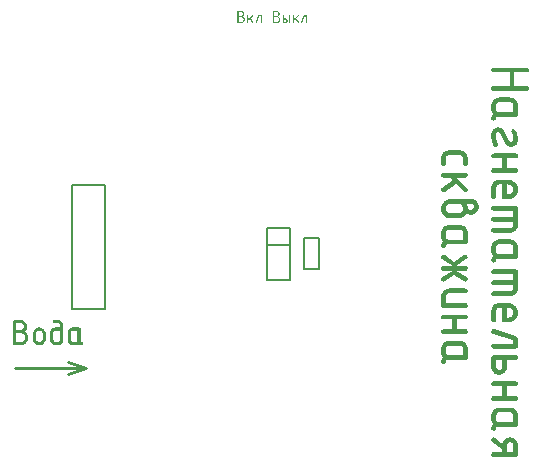
<source format=gto>
G04 Layer_Color=65535*
%FSLAX44Y44*%
%MOMM*%
G71*
G01*
G75*
%ADD19C,0.2000*%
%ADD20C,0.2540*%
G36*
X448943Y364335D02*
X449587Y364218D01*
X450407Y363983D01*
X451286Y363573D01*
X451754Y363281D01*
X452164Y362988D01*
X452575Y362578D01*
X452985Y362168D01*
X453336Y361641D01*
X453687Y361055D01*
X457553Y353030D01*
Y352972D01*
X457670Y352855D01*
X457963Y352503D01*
X458139Y352327D01*
X458432Y352210D01*
X458783Y352093D01*
X459193Y352035D01*
X459310D01*
X459662Y352093D01*
X460072Y352269D01*
X460482Y352620D01*
X460599Y352738D01*
X460775Y352972D01*
X460950Y353382D01*
X461068Y353909D01*
Y354026D01*
Y354319D01*
Y354788D01*
X461009Y355373D01*
X460950Y356603D01*
X460833Y357189D01*
X460716Y357716D01*
Y357775D01*
X460657Y357892D01*
X460599Y358068D01*
X460540Y358360D01*
X460247Y359005D01*
X459779Y359883D01*
X459720Y359942D01*
X459662Y360176D01*
X459545Y360469D01*
X459486Y360879D01*
Y360938D01*
Y360996D01*
X459545Y361348D01*
X459720Y361816D01*
X460072Y362285D01*
X460130D01*
X460189Y362402D01*
X460482Y362578D01*
X460950Y362753D01*
X461536Y362871D01*
X461595D01*
X461712Y362812D01*
X461946Y362753D01*
X462180Y362636D01*
X462473Y362461D01*
X462766Y362109D01*
X463059Y361699D01*
X463352Y361113D01*
X463410Y360996D01*
X463645Y360703D01*
X463937Y360176D01*
X464055Y359825D01*
X464230Y359415D01*
X464406Y358946D01*
X464582Y358419D01*
X464699Y357833D01*
X464816Y357189D01*
X464933Y356486D01*
X465050Y355666D01*
X465109Y354846D01*
Y353909D01*
Y353792D01*
Y353499D01*
X464992Y353030D01*
X464875Y352445D01*
X464699Y351800D01*
X464347Y351097D01*
X463937Y350395D01*
X463352Y349692D01*
X463293Y349633D01*
X463059Y349399D01*
X462649Y349106D01*
X462180Y348813D01*
X461595Y348462D01*
X460833Y348228D01*
X460072Y347993D01*
X459193Y347935D01*
X458842D01*
X458607Y347993D01*
X457963Y348110D01*
X457143Y348345D01*
X456264Y348755D01*
X455854Y349048D01*
X455386Y349399D01*
X454976Y349809D01*
X454566Y350219D01*
X454215Y350805D01*
X453863Y351390D01*
X449997Y359298D01*
Y359356D01*
X449880Y359473D01*
X449646Y359766D01*
X449412Y360000D01*
X449119Y360118D01*
X448767Y360235D01*
X448357Y360293D01*
X448240D01*
X447889Y360235D01*
X447479Y360059D01*
X447069Y359766D01*
X447010Y359649D01*
X446834Y359415D01*
X446600Y359005D01*
X446541Y358536D01*
Y358478D01*
Y358360D01*
Y358126D01*
Y357775D01*
X446600Y357423D01*
Y356955D01*
X446717Y355900D01*
X446893Y354670D01*
X447127Y353382D01*
X447420Y352093D01*
X447889Y350805D01*
X447947Y350746D01*
X448006Y350570D01*
X448064Y350336D01*
Y350043D01*
Y349926D01*
X448006Y349692D01*
X447947Y349399D01*
X447830Y348989D01*
X447537Y348579D01*
X447186Y348286D01*
X446717Y348052D01*
X446014Y347935D01*
X445839D01*
X445604Y347993D01*
X445370Y348052D01*
X445077Y348228D01*
X444784Y348403D01*
X444492Y348696D01*
X444257Y349106D01*
Y349165D01*
X444199Y349223D01*
X444081Y349399D01*
X443964Y349692D01*
X443847Y349985D01*
X443730Y350395D01*
X443554Y350863D01*
X443379Y351449D01*
X443203Y352035D01*
X443086Y352738D01*
X442910Y353499D01*
X442793Y354378D01*
X442676Y355315D01*
X442559Y356311D01*
X442500Y357365D01*
Y358536D01*
Y358653D01*
Y358946D01*
X442617Y359415D01*
X442734Y360000D01*
X442910Y360645D01*
X443203Y361348D01*
X443613Y362051D01*
X444199Y362695D01*
X444257Y362753D01*
X444492Y362929D01*
X444843Y363222D01*
X445370Y363515D01*
X445956Y363866D01*
X446659Y364101D01*
X447479Y364335D01*
X448357Y364394D01*
X448709D01*
X448943Y364335D01*
D02*
G37*
G36*
X458900Y389638D02*
X459427Y389580D01*
X460072Y389462D01*
X460833Y389228D01*
X461595Y388877D01*
X462415Y388467D01*
X463176Y387822D01*
X463235Y387705D01*
X463469Y387471D01*
X463762Y387061D01*
X464172Y386475D01*
X464523Y385831D01*
X464816Y385011D01*
X465050Y384074D01*
X465109Y383078D01*
Y375346D01*
Y375229D01*
X465050Y374995D01*
X464992Y374702D01*
X464875Y374292D01*
X464582Y373882D01*
X464230Y373589D01*
X463762Y373355D01*
X463059Y373238D01*
X447420D01*
X447244Y373179D01*
X447069Y373062D01*
X446834Y372887D01*
X446659Y372594D01*
X446541Y372242D01*
X446483Y371715D01*
Y371656D01*
Y371481D01*
X446366Y371188D01*
X446249Y370895D01*
X446014Y370661D01*
X445663Y370368D01*
X445136Y370192D01*
X444492Y370134D01*
X444433D01*
X444199Y370192D01*
X443847Y370251D01*
X443496Y370368D01*
X443144Y370661D01*
X442793Y371012D01*
X442559Y371539D01*
X442500Y372242D01*
Y372359D01*
Y372652D01*
X442617Y373062D01*
X442734Y373589D01*
X442910Y374117D01*
X443203Y374761D01*
X443613Y375288D01*
X444140Y375815D01*
X444081Y375874D01*
X443906Y376108D01*
X443613Y376401D01*
X443320Y376869D01*
X443027Y377455D01*
X442734Y378158D01*
X442559Y379037D01*
X442500Y379974D01*
Y383078D01*
Y383137D01*
Y383195D01*
X442559Y383547D01*
X442617Y384074D01*
X442734Y384718D01*
X442969Y385480D01*
X443320Y386241D01*
X443730Y387061D01*
X444374Y387822D01*
X444492Y387881D01*
X444726Y388115D01*
X445136Y388408D01*
X445722Y388760D01*
X446366Y389111D01*
X447186Y389404D01*
X448123Y389638D01*
X449119Y389697D01*
X458549D01*
X458900Y389638D01*
D02*
G37*
G36*
X416400Y344941D02*
X416927Y344883D01*
X417572Y344766D01*
X418333Y344531D01*
X419095Y344180D01*
X419915Y343770D01*
X420676Y343126D01*
X420735Y343008D01*
X420969Y342774D01*
X421262Y342364D01*
X421672Y341778D01*
X422023Y341134D01*
X422316Y340314D01*
X422550Y339377D01*
X422609Y338381D01*
Y333754D01*
Y333637D01*
X422550Y333403D01*
X422492Y333110D01*
X422375Y332700D01*
X422082Y332290D01*
X421730Y331997D01*
X421262Y331763D01*
X420559Y331646D01*
X420500D01*
X420266Y331704D01*
X419915Y331763D01*
X419563Y331880D01*
X419212Y332173D01*
X418860Y332524D01*
X418626Y332993D01*
X418567Y333695D01*
Y338381D01*
Y338440D01*
Y338557D01*
X418509Y338733D01*
X418450Y339026D01*
X418275Y339611D01*
X418040Y339904D01*
X417806Y340197D01*
X417747D01*
X417689Y340314D01*
X417513Y340431D01*
X417279Y340549D01*
X416693Y340783D01*
X416342Y340841D01*
X415932Y340900D01*
X406443D01*
X406267Y340841D01*
X405974Y340783D01*
X405389Y340549D01*
X405096Y340373D01*
X404803Y340139D01*
X404744Y340080D01*
X404686Y340021D01*
X404569Y339846D01*
X404451Y339611D01*
X404159Y339084D01*
X404100Y338733D01*
X404041Y338381D01*
Y333695D01*
Y333578D01*
X403983Y333344D01*
X403924Y333051D01*
X403807Y332641D01*
X403514Y332290D01*
X403163Y331938D01*
X402694Y331704D01*
X401991Y331646D01*
X401933D01*
X401699Y331704D01*
X401347Y331763D01*
X400996Y331880D01*
X400644Y332173D01*
X400293Y332524D01*
X400059Y333051D01*
X400000Y333754D01*
Y338381D01*
Y338440D01*
Y338498D01*
X400059Y338850D01*
X400117Y339377D01*
X400234Y340021D01*
X400469Y340783D01*
X400820Y341544D01*
X401230Y342364D01*
X401874Y343126D01*
X401991Y343184D01*
X402226Y343419D01*
X402636Y343711D01*
X403222Y344063D01*
X403866Y344414D01*
X404686Y344707D01*
X405623Y344941D01*
X406619Y345000D01*
X416049D01*
X416400Y344941D01*
D02*
G37*
G36*
X463410Y342195D02*
X463703Y342136D01*
X464113Y342019D01*
X464465Y341785D01*
X464816Y341433D01*
X465050Y340906D01*
X465109Y340262D01*
Y340145D01*
X465050Y339910D01*
X464992Y339617D01*
X464875Y339207D01*
X464582Y338797D01*
X464230Y338504D01*
X463762Y338270D01*
X463059Y338153D01*
X455854D01*
Y329894D01*
X463176D01*
X463410Y329836D01*
X463703Y329777D01*
X464113Y329660D01*
X464465Y329426D01*
X464816Y329074D01*
X465050Y328547D01*
X465109Y327903D01*
Y327786D01*
X465050Y327551D01*
X464992Y327259D01*
X464875Y326848D01*
X464582Y326438D01*
X464230Y326146D01*
X463762Y325911D01*
X463059Y325794D01*
X444433D01*
X444199Y325853D01*
X443847Y325911D01*
X443496Y326029D01*
X443144Y326321D01*
X442793Y326673D01*
X442559Y327200D01*
X442500Y327903D01*
Y327961D01*
X442559Y328196D01*
X442617Y328547D01*
X442734Y328899D01*
X442969Y329250D01*
X443320Y329601D01*
X443847Y329836D01*
X444492Y329894D01*
X451813D01*
Y338153D01*
X444433D01*
X444199Y338212D01*
X443847Y338270D01*
X443496Y338387D01*
X443144Y338680D01*
X442793Y339032D01*
X442559Y339559D01*
X442500Y340262D01*
Y340320D01*
X442559Y340555D01*
X442617Y340906D01*
X442734Y341257D01*
X442969Y341609D01*
X443320Y341960D01*
X443847Y342195D01*
X444492Y342253D01*
X463176D01*
X463410Y342195D01*
D02*
G37*
G36*
X420910Y325964D02*
X421203Y325905D01*
X421613Y325788D01*
X421965Y325554D01*
X422316Y325202D01*
X422550Y324675D01*
X422609Y324031D01*
Y323914D01*
X422550Y323680D01*
X422492Y323387D01*
X422375Y322977D01*
X422082Y322567D01*
X421730Y322274D01*
X421262Y322040D01*
X420559Y321922D01*
X412417D01*
X421965Y313078D01*
X422023D01*
X422082Y312961D01*
X422316Y312668D01*
X422492Y312258D01*
X422609Y311965D01*
Y311672D01*
Y311555D01*
X422550Y311321D01*
X422492Y311028D01*
X422375Y310618D01*
X422082Y310208D01*
X421730Y309915D01*
X421262Y309681D01*
X420559Y309564D01*
X420442D01*
X420090Y309622D01*
X419622Y309857D01*
X419329Y310032D01*
X419036Y310267D01*
X412593Y316827D01*
X403163Y309974D01*
X403046Y309915D01*
X402812Y309739D01*
X402402Y309622D01*
X401991Y309564D01*
X401933D01*
X401699Y309622D01*
X401347Y309681D01*
X400996Y309798D01*
X400644Y310091D01*
X400293Y310442D01*
X400059Y310969D01*
X400000Y311672D01*
Y311731D01*
Y311848D01*
X400059Y312024D01*
X400117Y312258D01*
X400351Y312785D01*
X400527Y313078D01*
X400820Y313312D01*
X409957Y319638D01*
X407380Y321922D01*
X401933D01*
X401699Y321981D01*
X401347Y322040D01*
X400996Y322157D01*
X400644Y322450D01*
X400293Y322801D01*
X400059Y323328D01*
X400000Y324031D01*
Y324090D01*
X400059Y324324D01*
X400117Y324675D01*
X400234Y325027D01*
X400469Y325378D01*
X400820Y325730D01*
X401347Y325964D01*
X401991Y326022D01*
X420676D01*
X420910Y325964D01*
D02*
G37*
G36*
X60221Y195030D02*
X60651Y194991D01*
X61197Y194874D01*
X61783Y194679D01*
X62446Y194406D01*
X63110Y194015D01*
X63735Y193469D01*
X63813Y193391D01*
X63969Y193195D01*
X64242Y192844D01*
X64555Y192376D01*
X64828Y191829D01*
X65101Y191165D01*
X65257Y190385D01*
X65335Y189565D01*
Y185466D01*
Y185427D01*
Y185348D01*
Y185231D01*
X65296Y185075D01*
X65257Y184685D01*
X65140Y184138D01*
X64945Y183514D01*
X64633Y182889D01*
X64242Y182225D01*
X63696Y181601D01*
X63618Y181523D01*
X63422Y181366D01*
X63071Y181093D01*
X62603Y180820D01*
X62056Y180508D01*
X61392Y180234D01*
X60651Y180078D01*
X59831Y180000D01*
X59597D01*
X59440Y180039D01*
X59011Y180078D01*
X58464Y180195D01*
X57879Y180390D01*
X57215Y180664D01*
X56551Y181054D01*
X55927Y181562D01*
X55849Y181640D01*
X55693Y181835D01*
X55419Y182186D01*
X55146Y182655D01*
X54873Y183201D01*
X54599Y183904D01*
X54443Y184646D01*
X54365Y185466D01*
Y189565D01*
Y189604D01*
Y189682D01*
Y189799D01*
X54404Y189955D01*
X54443Y190385D01*
X54560Y190931D01*
X54756Y191517D01*
X55029Y192180D01*
X55419Y192844D01*
X55927Y193469D01*
X56005Y193547D01*
X56200Y193703D01*
X56551Y193976D01*
X57020Y194289D01*
X57566Y194562D01*
X58269Y194835D01*
X59011Y194991D01*
X59831Y195069D01*
X60065D01*
X60221Y195030D01*
D02*
G37*
G36*
X76266Y201199D02*
X76696Y201120D01*
X77203Y200964D01*
X77711Y200730D01*
X78258Y200379D01*
X78765Y199949D01*
X78804Y199910D01*
X78960Y199715D01*
X79194Y199442D01*
X79429Y199090D01*
X79663Y198622D01*
X79897Y198075D01*
X80053Y197490D01*
X80092Y196826D01*
Y184412D01*
Y184373D01*
Y184333D01*
Y184099D01*
X80014Y183748D01*
X79936Y183318D01*
X79780Y182850D01*
X79546Y182303D01*
X79194Y181796D01*
X78765Y181288D01*
X78726Y181249D01*
X78531Y181093D01*
X78258Y180898D01*
X77906Y180664D01*
X77438Y180390D01*
X76891Y180195D01*
X76266Y180039D01*
X75603Y180000D01*
X73456D01*
X73221Y180039D01*
X72870Y180078D01*
X72441Y180156D01*
X71933Y180312D01*
X71426Y180547D01*
X70879Y180859D01*
X70371Y181288D01*
X70332Y181366D01*
X70176Y181523D01*
X69981Y181796D01*
X69747Y182147D01*
X69513Y182616D01*
X69317Y183162D01*
X69161Y183748D01*
X69122Y184412D01*
Y190619D01*
Y190658D01*
Y190697D01*
X69161Y190931D01*
X69200Y191283D01*
X69278Y191712D01*
X69435Y192220D01*
X69669Y192727D01*
X69981Y193274D01*
X70411Y193781D01*
X70489Y193820D01*
X70645Y193976D01*
X70918Y194171D01*
X71269Y194445D01*
X71738Y194679D01*
X72284Y194874D01*
X72870Y195030D01*
X73534Y195069D01*
X77360D01*
Y196826D01*
Y196865D01*
Y196943D01*
X77321Y197099D01*
X77282Y197256D01*
X77164Y197685D01*
X77008Y197880D01*
X76852Y198075D01*
X76813Y198114D01*
X76774Y198153D01*
X76657Y198232D01*
X76501Y198349D01*
X76110Y198505D01*
X75876Y198544D01*
X75603Y198583D01*
X72480D01*
X72323Y198622D01*
X72089Y198661D01*
X71855Y198739D01*
X71621Y198895D01*
X71386Y199130D01*
X71230Y199481D01*
X71191Y199910D01*
Y199988D01*
X71230Y200145D01*
X71269Y200340D01*
X71347Y200613D01*
X71504Y200847D01*
X71738Y201082D01*
X72089Y201238D01*
X72519Y201277D01*
X75915D01*
X76266Y201199D01*
D02*
G37*
G36*
X472723Y414941D02*
X473016Y414883D01*
X473426Y414766D01*
X473778Y414531D01*
X474129Y414180D01*
X474363Y413653D01*
X474422Y413008D01*
Y412891D01*
X474363Y412657D01*
X474305Y412364D01*
X474188Y411954D01*
X473895Y411544D01*
X473543Y411251D01*
X473075Y411017D01*
X472372Y410900D01*
X462005D01*
Y399537D01*
X472489D01*
X472723Y399478D01*
X473016Y399420D01*
X473426Y399303D01*
X473778Y399068D01*
X474129Y398717D01*
X474363Y398190D01*
X474422Y397545D01*
Y397428D01*
X474363Y397194D01*
X474305Y396901D01*
X474188Y396491D01*
X473895Y396081D01*
X473543Y395788D01*
X473075Y395554D01*
X472372Y395437D01*
X444433D01*
X444199Y395495D01*
X443847Y395554D01*
X443496Y395671D01*
X443144Y395964D01*
X442793Y396315D01*
X442559Y396843D01*
X442500Y397545D01*
Y397604D01*
X442559Y397838D01*
X442617Y398190D01*
X442734Y398541D01*
X442969Y398893D01*
X443320Y399244D01*
X443847Y399478D01*
X444492Y399537D01*
X457963D01*
Y410900D01*
X444433D01*
X444199Y410959D01*
X443847Y411017D01*
X443496Y411134D01*
X443144Y411427D01*
X442793Y411778D01*
X442559Y412306D01*
X442500Y413008D01*
Y413067D01*
X442559Y413301D01*
X442617Y413653D01*
X442734Y414004D01*
X442969Y414356D01*
X443320Y414707D01*
X443847Y414941D01*
X444492Y415000D01*
X472489D01*
X472723Y414941D01*
D02*
G37*
G36*
X44371Y201238D02*
X44800Y201199D01*
X45347Y201082D01*
X45972Y200886D01*
X46635Y200613D01*
X47299Y200223D01*
X47924Y199676D01*
X48002Y199598D01*
X48158Y199403D01*
X48431Y199051D01*
X48744Y198583D01*
X49017Y198036D01*
X49290Y197373D01*
X49446Y196592D01*
X49524Y195772D01*
Y195733D01*
Y195655D01*
Y195538D01*
X49485Y195343D01*
X49407Y194874D01*
X49290Y194289D01*
X49056Y193664D01*
X48704Y193000D01*
X48470Y192649D01*
X48236Y192337D01*
X47924Y192063D01*
X47572Y191790D01*
X47611D01*
X47689Y191712D01*
X47846Y191634D01*
X48041Y191478D01*
X48275Y191283D01*
X48509Y191087D01*
X48783Y190814D01*
X49056Y190502D01*
X49329Y190150D01*
X49602Y189760D01*
X49837Y189331D01*
X50071Y188862D01*
X50266Y188316D01*
X50422Y187769D01*
X50500Y187144D01*
X50539Y186481D01*
Y186442D01*
Y186364D01*
Y186207D01*
X50500Y186012D01*
Y185817D01*
X50422Y185544D01*
X50305Y184880D01*
X50071Y184177D01*
X49720Y183396D01*
X49524Y183006D01*
X49251Y182616D01*
X48978Y182225D01*
X48626Y181874D01*
X48587Y181835D01*
X48548Y181796D01*
X48431Y181718D01*
X48275Y181601D01*
X47885Y181288D01*
X47338Y180937D01*
X46635Y180586D01*
X45855Y180312D01*
X44957Y180078D01*
X44488Y180039D01*
X43981Y180000D01*
X38788D01*
X38632Y180039D01*
X38398Y180078D01*
X38164Y180156D01*
X37929Y180312D01*
X37695Y180547D01*
X37539Y180898D01*
X37500Y181327D01*
Y199910D01*
Y199988D01*
X37539Y200145D01*
X37578Y200340D01*
X37656Y200613D01*
X37812Y200847D01*
X38047Y201082D01*
X38398Y201238D01*
X38827Y201277D01*
X44215D01*
X44371Y201238D01*
D02*
G37*
G36*
X457436Y320054D02*
X458080Y319996D01*
X458900Y319820D01*
X459779Y319527D01*
X460775Y319117D01*
X461770Y318531D01*
X462707Y317770D01*
X462825Y317653D01*
X463059Y317360D01*
X463469Y316833D01*
X463937Y316130D01*
X464347Y315310D01*
X464757Y314256D01*
X464992Y313143D01*
X465109Y311913D01*
Y311854D01*
Y311737D01*
Y311561D01*
X465050Y311327D01*
X464992Y310683D01*
X464816Y309863D01*
X464523Y308984D01*
X464113Y307988D01*
X463527Y306992D01*
X462707Y306055D01*
X462590Y305938D01*
X462298Y305704D01*
X461770Y305294D01*
X461068Y304825D01*
X460247Y304415D01*
X459252Y304005D01*
X458139Y303771D01*
X456909Y303654D01*
X451813D01*
Y316013D01*
X449002D01*
X448767Y315954D01*
X448533Y315896D01*
X447947Y315661D01*
X447596Y315485D01*
X447303Y315251D01*
X447244Y315193D01*
X447186Y315134D01*
X447069Y314958D01*
X446951Y314724D01*
X446659Y314197D01*
X446600Y313846D01*
X446541Y313494D01*
Y305763D01*
Y305645D01*
X446483Y305411D01*
X446424Y305118D01*
X446307Y304708D01*
X446014Y304298D01*
X445663Y304005D01*
X445194Y303771D01*
X444492Y303654D01*
X444433D01*
X444199Y303712D01*
X443847Y303771D01*
X443496Y303888D01*
X443144Y304181D01*
X442793Y304533D01*
X442559Y305060D01*
X442500Y305763D01*
Y313494D01*
Y313553D01*
Y313611D01*
X442559Y313963D01*
X442617Y314490D01*
X442734Y315134D01*
X442969Y315896D01*
X443320Y316657D01*
X443730Y317477D01*
X444374Y318238D01*
X444492Y318297D01*
X444726Y318531D01*
X445136Y318824D01*
X445722Y319176D01*
X446366Y319527D01*
X447186Y319820D01*
X448123Y320054D01*
X449119Y320113D01*
X457202D01*
X457436Y320054D01*
D02*
G37*
G36*
X458900Y127117D02*
X459427Y127058D01*
X460072Y126941D01*
X460833Y126707D01*
X461595Y126355D01*
X462415Y125945D01*
X463176Y125301D01*
X463235Y125184D01*
X463469Y124950D01*
X463762Y124539D01*
X464172Y123954D01*
X464523Y123309D01*
X464816Y122489D01*
X465050Y121552D01*
X465109Y120557D01*
Y112825D01*
Y112708D01*
X465050Y112474D01*
X464992Y112181D01*
X464875Y111771D01*
X464582Y111361D01*
X464230Y111068D01*
X463762Y110834D01*
X463059Y110716D01*
X447420D01*
X447244Y110658D01*
X447069Y110541D01*
X446834Y110365D01*
X446659Y110072D01*
X446541Y109721D01*
X446483Y109193D01*
Y109135D01*
Y108959D01*
X446366Y108666D01*
X446249Y108373D01*
X446014Y108139D01*
X445663Y107846D01*
X445136Y107671D01*
X444492Y107612D01*
X444433D01*
X444199Y107671D01*
X443847Y107729D01*
X443496Y107846D01*
X443144Y108139D01*
X442793Y108491D01*
X442559Y109018D01*
X442500Y109721D01*
Y109838D01*
Y110131D01*
X442617Y110541D01*
X442734Y111068D01*
X442910Y111595D01*
X443203Y112239D01*
X443613Y112766D01*
X444140Y113294D01*
X444081Y113352D01*
X443906Y113586D01*
X443613Y113879D01*
X443320Y114348D01*
X443027Y114934D01*
X442734Y115637D01*
X442559Y116515D01*
X442500Y117452D01*
Y120557D01*
Y120615D01*
Y120674D01*
X442559Y121025D01*
X442617Y121552D01*
X442734Y122197D01*
X442969Y122958D01*
X443320Y123720D01*
X443730Y124539D01*
X444374Y125301D01*
X444492Y125359D01*
X444726Y125594D01*
X445136Y125887D01*
X445722Y126238D01*
X446366Y126589D01*
X447186Y126882D01*
X448123Y127117D01*
X449119Y127175D01*
X458549D01*
X458900Y127117D01*
D02*
G37*
G36*
X445136Y193538D02*
X463469Y187388D01*
X463527D01*
X463703Y187271D01*
X463996Y187153D01*
X464289Y186919D01*
X464582Y186685D01*
X464875Y186333D01*
X465050Y185923D01*
X465109Y185396D01*
Y179246D01*
Y179129D01*
X465050Y178895D01*
X464992Y178602D01*
X464875Y178192D01*
X464582Y177782D01*
X464230Y177489D01*
X463762Y177255D01*
X463059Y177138D01*
X444433D01*
X444199Y177196D01*
X443847Y177255D01*
X443496Y177372D01*
X443144Y177665D01*
X442793Y178016D01*
X442559Y178543D01*
X442500Y179246D01*
Y179305D01*
X442559Y179539D01*
X442617Y179890D01*
X442734Y180242D01*
X442969Y180593D01*
X443320Y180945D01*
X443847Y181179D01*
X444492Y181238D01*
X461068D01*
Y183932D01*
X443847Y189672D01*
X443789D01*
X443613Y189731D01*
X443437Y189906D01*
X443203Y190082D01*
X442910Y190316D01*
X442734Y190668D01*
X442559Y191078D01*
X442500Y191605D01*
Y191663D01*
X442559Y191898D01*
X442617Y192249D01*
X442734Y192601D01*
X442969Y192952D01*
X443320Y193304D01*
X443847Y193538D01*
X444492Y193596D01*
X444726D01*
X445136Y193538D01*
D02*
G37*
G36*
X463410Y149257D02*
X463703Y149199D01*
X464113Y149081D01*
X464465Y148847D01*
X464816Y148496D01*
X465050Y147968D01*
X465109Y147324D01*
Y147207D01*
X465050Y146973D01*
X464992Y146680D01*
X464875Y146270D01*
X464582Y145860D01*
X464230Y145567D01*
X463762Y145333D01*
X463059Y145216D01*
X455854D01*
Y136957D01*
X463176D01*
X463410Y136898D01*
X463703Y136840D01*
X464113Y136722D01*
X464465Y136488D01*
X464816Y136137D01*
X465050Y135610D01*
X465109Y134965D01*
Y134848D01*
X465050Y134614D01*
X464992Y134321D01*
X464875Y133911D01*
X464582Y133501D01*
X464230Y133208D01*
X463762Y132974D01*
X463059Y132857D01*
X444433D01*
X444199Y132915D01*
X443847Y132974D01*
X443496Y133091D01*
X443144Y133384D01*
X442793Y133735D01*
X442559Y134263D01*
X442500Y134965D01*
Y135024D01*
X442559Y135258D01*
X442617Y135610D01*
X442734Y135961D01*
X442969Y136313D01*
X443320Y136664D01*
X443847Y136898D01*
X444492Y136957D01*
X451813D01*
Y145216D01*
X444433D01*
X444199Y145274D01*
X443847Y145333D01*
X443496Y145450D01*
X443144Y145743D01*
X442793Y146094D01*
X442559Y146621D01*
X442500Y147324D01*
Y147383D01*
X442559Y147617D01*
X442617Y147968D01*
X442734Y148320D01*
X442969Y148671D01*
X443320Y149023D01*
X443847Y149257D01*
X444492Y149316D01*
X463176D01*
X463410Y149257D01*
D02*
G37*
G36*
Y171397D02*
X463703Y171339D01*
X464113Y171222D01*
X464465Y170987D01*
X464816Y170636D01*
X465050Y170109D01*
X465109Y169464D01*
Y169347D01*
X465050Y169113D01*
X464992Y168820D01*
X464875Y168410D01*
X464582Y168000D01*
X464230Y167707D01*
X463762Y167473D01*
X463059Y167356D01*
X455854D01*
Y161733D01*
Y161674D01*
Y161616D01*
Y161264D01*
X455737Y160737D01*
X455620Y160093D01*
X455386Y159332D01*
X455034Y158570D01*
X454507Y157750D01*
X453863Y156989D01*
X453805Y156930D01*
X453512Y156696D01*
X453102Y156344D01*
X452575Y155993D01*
X451872Y155641D01*
X451052Y155290D01*
X450173Y155056D01*
X449177Y154997D01*
X448709D01*
X448181Y155114D01*
X447537Y155231D01*
X446776Y155466D01*
X446014Y155817D01*
X445194Y156344D01*
X444433Y156989D01*
X444374Y157047D01*
X444140Y157340D01*
X443847Y157750D01*
X443496Y158277D01*
X443086Y158980D01*
X442793Y159800D01*
X442559Y160737D01*
X442500Y161733D01*
Y169464D01*
Y169523D01*
X442559Y169757D01*
X442617Y170109D01*
X442734Y170460D01*
X442969Y170812D01*
X443320Y171163D01*
X443847Y171397D01*
X444492Y171456D01*
X463176D01*
X463410Y171397D01*
D02*
G37*
G36*
X457436Y215678D02*
X458080Y215620D01*
X458900Y215444D01*
X459779Y215151D01*
X460775Y214741D01*
X461770Y214155D01*
X462707Y213394D01*
X462825Y213277D01*
X463059Y212984D01*
X463469Y212457D01*
X463937Y211754D01*
X464347Y210934D01*
X464757Y209879D01*
X464992Y208767D01*
X465109Y207537D01*
Y207478D01*
Y207361D01*
Y207185D01*
X465050Y206951D01*
X464992Y206306D01*
X464816Y205487D01*
X464523Y204608D01*
X464113Y203612D01*
X463527Y202617D01*
X462707Y201679D01*
X462590Y201562D01*
X462298Y201328D01*
X461770Y200918D01*
X461068Y200449D01*
X460247Y200039D01*
X459252Y199629D01*
X458139Y199395D01*
X456909Y199278D01*
X451813D01*
Y211637D01*
X449002D01*
X448767Y211578D01*
X448533Y211520D01*
X447947Y211285D01*
X447596Y211110D01*
X447303Y210875D01*
X447244Y210817D01*
X447186Y210758D01*
X447069Y210582D01*
X446951Y210348D01*
X446659Y209821D01*
X446600Y209470D01*
X446541Y209118D01*
Y201387D01*
Y201269D01*
X446483Y201035D01*
X446424Y200742D01*
X446307Y200332D01*
X446014Y199922D01*
X445663Y199629D01*
X445194Y199395D01*
X444492Y199278D01*
X444433D01*
X444199Y199336D01*
X443847Y199395D01*
X443496Y199512D01*
X443144Y199805D01*
X442793Y200156D01*
X442559Y200684D01*
X442500Y201387D01*
Y209118D01*
Y209177D01*
Y209235D01*
X442559Y209587D01*
X442617Y210114D01*
X442734Y210758D01*
X442969Y211520D01*
X443320Y212281D01*
X443730Y213101D01*
X444374Y213862D01*
X444492Y213921D01*
X444726Y214155D01*
X445136Y214448D01*
X445722Y214799D01*
X446366Y215151D01*
X447186Y215444D01*
X448123Y215678D01*
X449119Y215737D01*
X457202D01*
X457436Y215678D01*
D02*
G37*
G36*
X458900Y269448D02*
X459427Y269389D01*
X460072Y269272D01*
X460833Y269038D01*
X461595Y268686D01*
X462415Y268276D01*
X463176Y267632D01*
X463235Y267515D01*
X463469Y267280D01*
X463762Y266870D01*
X464172Y266285D01*
X464523Y265640D01*
X464816Y264820D01*
X465050Y263883D01*
X465109Y262887D01*
Y255156D01*
Y255039D01*
X465050Y254804D01*
X464992Y254512D01*
X464875Y254102D01*
X464582Y253692D01*
X464230Y253399D01*
X463762Y253165D01*
X463059Y253047D01*
X447420D01*
X447244Y252989D01*
X447069Y252872D01*
X446834Y252696D01*
X446659Y252403D01*
X446541Y252052D01*
X446483Y251524D01*
Y251466D01*
Y251290D01*
X446366Y250997D01*
X446249Y250704D01*
X446014Y250470D01*
X445663Y250177D01*
X445136Y250002D01*
X444492Y249943D01*
X444433D01*
X444199Y250002D01*
X443847Y250060D01*
X443496Y250177D01*
X443144Y250470D01*
X442793Y250822D01*
X442559Y251349D01*
X442500Y252052D01*
Y252169D01*
Y252462D01*
X442617Y252872D01*
X442734Y253399D01*
X442910Y253926D01*
X443203Y254570D01*
X443613Y255097D01*
X444140Y255625D01*
X444081Y255683D01*
X443906Y255917D01*
X443613Y256210D01*
X443320Y256679D01*
X443027Y257264D01*
X442734Y257967D01*
X442559Y258846D01*
X442500Y259783D01*
Y262887D01*
Y262946D01*
Y263005D01*
X442559Y263356D01*
X442617Y263883D01*
X442734Y264527D01*
X442969Y265289D01*
X443320Y266050D01*
X443730Y266870D01*
X444374Y267632D01*
X444492Y267690D01*
X444726Y267925D01*
X445136Y268218D01*
X445722Y268569D01*
X446366Y268920D01*
X447186Y269213D01*
X448123Y269448D01*
X449119Y269506D01*
X458549D01*
X458900Y269448D01*
D02*
G37*
G36*
X463410Y297914D02*
X463703Y297855D01*
X464113Y297738D01*
X464465Y297504D01*
X464816Y297152D01*
X465050Y296625D01*
X465109Y295981D01*
Y281982D01*
Y281924D01*
Y281865D01*
Y281514D01*
X464992Y280986D01*
X464875Y280342D01*
X464640Y279581D01*
X464289Y278819D01*
X463762Y277999D01*
X463117Y277238D01*
X463059Y277179D01*
X462766Y276945D01*
X462356Y276593D01*
X461829Y276242D01*
X461126Y275891D01*
X460306Y275539D01*
X459427Y275305D01*
X458432Y275246D01*
X444433D01*
X444199Y275305D01*
X443847Y275363D01*
X443496Y275481D01*
X443144Y275773D01*
X442793Y276125D01*
X442559Y276652D01*
X442500Y277355D01*
Y277413D01*
X442559Y277648D01*
X442617Y277999D01*
X442734Y278351D01*
X442969Y278702D01*
X443320Y279053D01*
X443847Y279288D01*
X444492Y279346D01*
X458607D01*
X458842Y279405D01*
X459076Y279464D01*
X459720Y279698D01*
X460013Y279874D01*
X460306Y280166D01*
X460365Y280225D01*
X460423Y280284D01*
X460540Y280459D01*
X460716Y280693D01*
X460950Y281279D01*
X461009Y281572D01*
X461068Y281982D01*
Y284559D01*
X444433D01*
X444199Y284618D01*
X443847Y284676D01*
X443496Y284794D01*
X443144Y285086D01*
X442793Y285438D01*
X442559Y285965D01*
X442500Y286668D01*
Y286726D01*
X442559Y286961D01*
X442617Y287312D01*
X442734Y287664D01*
X442969Y288015D01*
X443320Y288367D01*
X443847Y288601D01*
X444492Y288659D01*
X461068D01*
Y293872D01*
X444433D01*
X444199Y293931D01*
X443847Y293989D01*
X443496Y294107D01*
X443144Y294399D01*
X442793Y294751D01*
X442559Y295278D01*
X442500Y295981D01*
Y296040D01*
X442559Y296274D01*
X442617Y296625D01*
X442734Y296977D01*
X442969Y297328D01*
X443320Y297680D01*
X443847Y297914D01*
X444492Y297972D01*
X463176D01*
X463410Y297914D01*
D02*
G37*
G36*
X458900Y101813D02*
X459427Y101755D01*
X460072Y101638D01*
X460833Y101403D01*
X461595Y101052D01*
X462415Y100642D01*
X463176Y99998D01*
X463235Y99881D01*
X463469Y99646D01*
X463762Y99236D01*
X464172Y98651D01*
X464523Y98006D01*
X464816Y97186D01*
X465050Y96249D01*
X465109Y95253D01*
Y87522D01*
Y87405D01*
X465050Y87170D01*
X464992Y86877D01*
X464875Y86467D01*
X464582Y86057D01*
X464230Y85765D01*
X463762Y85530D01*
X463059Y85413D01*
X444433D01*
X444199Y85472D01*
X443847Y85530D01*
X443496Y85647D01*
X443144Y85940D01*
X442793Y86292D01*
X442559Y86819D01*
X442500Y87522D01*
Y87580D01*
X442559Y87815D01*
X442617Y88166D01*
X442734Y88518D01*
X442969Y88869D01*
X443320Y89220D01*
X443847Y89455D01*
X444492Y89513D01*
X451813D01*
Y91915D01*
X443261Y98240D01*
X443203D01*
X443144Y98358D01*
X442910Y98651D01*
X442617Y99178D01*
X442559Y99529D01*
X442500Y99881D01*
Y99939D01*
X442559Y100173D01*
X442617Y100525D01*
X442734Y100876D01*
X442969Y101228D01*
X443320Y101579D01*
X443847Y101813D01*
X444492Y101872D01*
X444609D01*
X444902Y101813D01*
X445312Y101755D01*
X445663Y101638D01*
X451930Y96425D01*
Y96542D01*
X451989Y96776D01*
X452106Y97186D01*
X452282Y97713D01*
X452516Y98299D01*
X452867Y98943D01*
X453336Y99588D01*
X453980Y100232D01*
X454039Y100290D01*
X454332Y100466D01*
X454683Y100759D01*
X455269Y101052D01*
X455913Y101345D01*
X456674Y101638D01*
X457495Y101813D01*
X458432Y101872D01*
X458549D01*
X458900Y101813D01*
D02*
G37*
G36*
X463410Y244144D02*
X463703Y244086D01*
X464113Y243969D01*
X464465Y243734D01*
X464816Y243383D01*
X465050Y242856D01*
X465109Y242211D01*
Y228213D01*
Y228154D01*
Y228095D01*
Y227744D01*
X464992Y227217D01*
X464875Y226573D01*
X464640Y225811D01*
X464289Y225050D01*
X463762Y224230D01*
X463117Y223468D01*
X463059Y223410D01*
X462766Y223175D01*
X462356Y222824D01*
X461829Y222472D01*
X461126Y222121D01*
X460306Y221770D01*
X459427Y221535D01*
X458432Y221477D01*
X444433D01*
X444199Y221535D01*
X443847Y221594D01*
X443496Y221711D01*
X443144Y222004D01*
X442793Y222355D01*
X442559Y222882D01*
X442500Y223585D01*
Y223644D01*
X442559Y223878D01*
X442617Y224230D01*
X442734Y224581D01*
X442969Y224933D01*
X443320Y225284D01*
X443847Y225518D01*
X444492Y225577D01*
X458607D01*
X458842Y225635D01*
X459076Y225694D01*
X459720Y225928D01*
X460013Y226104D01*
X460306Y226397D01*
X460365Y226455D01*
X460423Y226514D01*
X460540Y226690D01*
X460716Y226924D01*
X460950Y227510D01*
X461009Y227803D01*
X461068Y228213D01*
Y230790D01*
X444433D01*
X444199Y230848D01*
X443847Y230907D01*
X443496Y231024D01*
X443144Y231317D01*
X442793Y231668D01*
X442559Y232195D01*
X442500Y232898D01*
Y232957D01*
X442559Y233191D01*
X442617Y233543D01*
X442734Y233894D01*
X442969Y234246D01*
X443320Y234597D01*
X443847Y234831D01*
X444492Y234890D01*
X461068D01*
Y240103D01*
X444433D01*
X444199Y240161D01*
X443847Y240220D01*
X443496Y240337D01*
X443144Y240630D01*
X442793Y240981D01*
X442559Y241509D01*
X442500Y242211D01*
Y242270D01*
X442559Y242504D01*
X442617Y242856D01*
X442734Y243207D01*
X442969Y243559D01*
X443320Y243910D01*
X443847Y244144D01*
X444492Y244203D01*
X463176D01*
X463410Y244144D01*
D02*
G37*
G36*
X420910Y227914D02*
X421203Y227855D01*
X421613Y227738D01*
X421965Y227504D01*
X422316Y227152D01*
X422550Y226625D01*
X422609Y225981D01*
Y225864D01*
X422550Y225629D01*
X422492Y225337D01*
X422375Y224927D01*
X422082Y224517D01*
X421730Y224224D01*
X421262Y223989D01*
X420559Y223872D01*
X406443D01*
X406267Y223814D01*
X405974Y223755D01*
X405389Y223521D01*
X405096Y223345D01*
X404803Y223111D01*
X404744Y223052D01*
X404686Y222994D01*
X404569Y222818D01*
X404451Y222584D01*
X404159Y222057D01*
X404100Y221705D01*
X404041Y221354D01*
Y215614D01*
X420676D01*
X420910Y215555D01*
X421203Y215496D01*
X421613Y215379D01*
X421965Y215145D01*
X422316Y214794D01*
X422550Y214266D01*
X422609Y213622D01*
Y213505D01*
X422550Y213271D01*
X422492Y212978D01*
X422375Y212568D01*
X422082Y212158D01*
X421730Y211865D01*
X421262Y211631D01*
X420559Y211514D01*
X401933D01*
X401699Y211572D01*
X401347Y211631D01*
X400996Y211748D01*
X400644Y212041D01*
X400293Y212392D01*
X400059Y212919D01*
X400000Y213622D01*
Y221354D01*
Y221412D01*
Y221471D01*
X400059Y221822D01*
X400117Y222349D01*
X400234Y222994D01*
X400469Y223755D01*
X400820Y224517D01*
X401230Y225337D01*
X401874Y226098D01*
X401991Y226157D01*
X402226Y226391D01*
X402636Y226684D01*
X403222Y227035D01*
X403866Y227387D01*
X404686Y227680D01*
X405623Y227914D01*
X406619Y227972D01*
X420676D01*
X420910Y227914D01*
D02*
G37*
G36*
X279212Y459835D02*
X279309Y459796D01*
X279387Y459718D01*
X279485Y459640D01*
X279543Y459503D01*
X279563Y459328D01*
Y459288D01*
X279543Y459211D01*
X279504Y459074D01*
X279407Y458957D01*
X277105Y456636D01*
X279465Y453319D01*
X279485Y453300D01*
X279524Y453222D01*
X279543Y453124D01*
X279563Y453007D01*
Y452988D01*
Y452929D01*
X279543Y452851D01*
X279504Y452754D01*
X279426Y452656D01*
X279348Y452578D01*
X279212Y452519D01*
X279036Y452500D01*
X278997D01*
X278880Y452519D01*
X278743Y452598D01*
X278665Y452637D01*
X278607Y452715D01*
X276344Y455875D01*
X275369Y454899D01*
Y453007D01*
Y452988D01*
Y452929D01*
X275349Y452851D01*
X275310Y452754D01*
X275232Y452656D01*
X275154Y452578D01*
X275018Y452519D01*
X274842Y452500D01*
X274764D01*
X274666Y452519D01*
X274588Y452559D01*
X274491Y452617D01*
X274393Y452715D01*
X274335Y452832D01*
X274315Y453007D01*
Y459328D01*
Y459347D01*
Y459406D01*
X274335Y459503D01*
X274374Y459601D01*
X274452Y459679D01*
X274530Y459776D01*
X274666Y459835D01*
X274842Y459854D01*
X274920D01*
X275018Y459835D01*
X275115Y459796D01*
X275193Y459718D01*
X275291Y459640D01*
X275349Y459503D01*
X275369Y459328D01*
Y456401D01*
X278665Y459698D01*
X278685Y459718D01*
X278763Y459776D01*
X278880Y459835D01*
X279036Y459854D01*
X279114D01*
X279212Y459835D01*
D02*
G37*
G36*
X286566D02*
X286663Y459796D01*
X286741Y459718D01*
X286839Y459640D01*
X286897Y459503D01*
X286917Y459328D01*
Y453007D01*
Y452988D01*
Y452929D01*
X286897Y452851D01*
X286858Y452754D01*
X286780Y452656D01*
X286702Y452578D01*
X286566Y452519D01*
X286390Y452500D01*
X286312D01*
X286215Y452519D01*
X286137Y452559D01*
X286039Y452617D01*
X285942Y452715D01*
X285883Y452832D01*
X285863Y453007D01*
Y458801D01*
X284654D01*
X282684Y452851D01*
Y452832D01*
X282664Y452793D01*
X282586Y452676D01*
X282508Y452617D01*
X282430Y452559D01*
X282333Y452519D01*
X282196Y452500D01*
X282118D01*
X282020Y452519D01*
X281943Y452559D01*
X281845Y452637D01*
X281747Y452715D01*
X281689Y452851D01*
X281669Y453027D01*
Y453046D01*
Y453085D01*
X281689Y453183D01*
X283757Y459425D01*
Y459445D01*
X283796Y459484D01*
X283835Y459562D01*
X283874Y459640D01*
X283952Y459718D01*
X284049Y459796D01*
X284147Y459835D01*
X284283Y459854D01*
X286468D01*
X286566Y459835D01*
D02*
G37*
G36*
X420910Y256321D02*
X421203Y256263D01*
X421613Y256146D01*
X421965Y255911D01*
X422316Y255560D01*
X422550Y255033D01*
X422609Y254389D01*
Y254330D01*
Y254213D01*
X422550Y253979D01*
X422433Y253744D01*
X422257Y253451D01*
X421965Y253158D01*
X421613Y252866D01*
X421086Y252573D01*
X412242Y247125D01*
X420676D01*
X420910Y247067D01*
X421203Y247008D01*
X421613Y246891D01*
X421965Y246657D01*
X422316Y246306D01*
X422550Y245778D01*
X422609Y245134D01*
Y245017D01*
X422550Y244783D01*
X422492Y244490D01*
X422375Y244080D01*
X422082Y243670D01*
X421730Y243377D01*
X421262Y243143D01*
X420559Y243025D01*
X412242D01*
X421672Y237578D01*
X421730D01*
X421847Y237461D01*
X422140Y237168D01*
X422492Y236641D01*
X422550Y236290D01*
X422609Y235880D01*
Y235763D01*
X422550Y235528D01*
X422492Y235235D01*
X422375Y234825D01*
X422082Y234415D01*
X421730Y234122D01*
X421262Y233888D01*
X420559Y233771D01*
X420442D01*
X420207Y233830D01*
X419856Y233888D01*
X419563Y234064D01*
X411246Y239687D01*
X403104Y234181D01*
X402987Y234122D01*
X402753Y233947D01*
X402402Y233830D01*
X401991Y233771D01*
X401933D01*
X401699Y233830D01*
X401347Y233888D01*
X400996Y234005D01*
X400644Y234298D01*
X400293Y234650D01*
X400059Y235177D01*
X400000Y235880D01*
Y235938D01*
Y236055D01*
X400059Y236290D01*
X400117Y236524D01*
X400234Y236817D01*
X400351Y237110D01*
X400586Y237402D01*
X400879Y237637D01*
X410192Y243025D01*
X401933D01*
X401699Y243084D01*
X401347Y243143D01*
X400996Y243260D01*
X400644Y243553D01*
X400293Y243904D01*
X400059Y244431D01*
X400000Y245134D01*
Y245193D01*
X400059Y245427D01*
X400117Y245778D01*
X400234Y246130D01*
X400469Y246481D01*
X400820Y246833D01*
X401347Y247067D01*
X401991Y247125D01*
X410426D01*
X400703Y252866D01*
X400586Y252924D01*
X400351Y253217D01*
X400234Y253451D01*
X400117Y253686D01*
X400059Y254037D01*
X400000Y254447D01*
Y254506D01*
Y254564D01*
X400059Y254916D01*
X400234Y255384D01*
X400586Y255853D01*
X400703Y255911D01*
X400996Y256087D01*
X401406Y256321D01*
X401991Y256380D01*
X402109D01*
X402343Y256321D01*
X402636Y256263D01*
X402929Y256146D01*
X411246Y250581D01*
X419446Y256146D01*
X419563Y256204D01*
X419798Y256263D01*
X420149Y256321D01*
X420559Y256380D01*
X420676D01*
X420910Y256321D01*
D02*
G37*
G36*
Y205773D02*
X421203Y205715D01*
X421613Y205598D01*
X421965Y205363D01*
X422316Y205012D01*
X422550Y204485D01*
X422609Y203841D01*
Y203723D01*
X422550Y203489D01*
X422492Y203196D01*
X422375Y202786D01*
X422082Y202376D01*
X421730Y202083D01*
X421262Y201849D01*
X420559Y201732D01*
X413354D01*
Y193473D01*
X420676D01*
X420910Y193415D01*
X421203Y193356D01*
X421613Y193239D01*
X421965Y193005D01*
X422316Y192653D01*
X422550Y192126D01*
X422609Y191482D01*
Y191365D01*
X422550Y191130D01*
X422492Y190837D01*
X422375Y190427D01*
X422082Y190017D01*
X421730Y189725D01*
X421262Y189490D01*
X420559Y189373D01*
X401933D01*
X401699Y189432D01*
X401347Y189490D01*
X400996Y189607D01*
X400644Y189900D01*
X400293Y190252D01*
X400059Y190779D01*
X400000Y191482D01*
Y191540D01*
X400059Y191775D01*
X400117Y192126D01*
X400234Y192477D01*
X400469Y192829D01*
X400820Y193180D01*
X401347Y193415D01*
X401991Y193473D01*
X409313D01*
Y201732D01*
X401933D01*
X401699Y201791D01*
X401347Y201849D01*
X400996Y201966D01*
X400644Y202259D01*
X400293Y202610D01*
X400059Y203138D01*
X400000Y203841D01*
Y203899D01*
X400059Y204133D01*
X400117Y204485D01*
X400234Y204836D01*
X400469Y205188D01*
X400820Y205539D01*
X401347Y205773D01*
X401991Y205832D01*
X420676D01*
X420910Y205773D01*
D02*
G37*
G36*
X240804Y459835D02*
X240901Y459796D01*
X240979Y459718D01*
X241077Y459640D01*
X241136Y459503D01*
X241155Y459328D01*
Y459288D01*
X241136Y459211D01*
X241096Y459074D01*
X240999Y458957D01*
X238697Y456636D01*
X241057Y453319D01*
X241077Y453300D01*
X241116Y453222D01*
X241136Y453124D01*
X241155Y453007D01*
Y452988D01*
Y452929D01*
X241136Y452851D01*
X241096Y452754D01*
X241019Y452656D01*
X240940Y452578D01*
X240804Y452519D01*
X240628Y452500D01*
X240589D01*
X240472Y452519D01*
X240336Y452598D01*
X240258Y452637D01*
X240199Y452715D01*
X237936Y455875D01*
X236961Y454899D01*
Y453007D01*
Y452988D01*
Y452929D01*
X236942Y452851D01*
X236903Y452754D01*
X236824Y452656D01*
X236746Y452578D01*
X236610Y452519D01*
X236434Y452500D01*
X236356D01*
X236259Y452519D01*
X236181Y452559D01*
X236083Y452617D01*
X235986Y452715D01*
X235927Y452832D01*
X235908Y453007D01*
Y459328D01*
Y459347D01*
Y459406D01*
X235927Y459503D01*
X235966Y459601D01*
X236044Y459679D01*
X236122Y459776D01*
X236259Y459835D01*
X236434Y459854D01*
X236512D01*
X236610Y459835D01*
X236707Y459796D01*
X236785Y459718D01*
X236883Y459640D01*
X236942Y459503D01*
X236961Y459328D01*
Y456401D01*
X240258Y459698D01*
X240277Y459718D01*
X240355Y459776D01*
X240472Y459835D01*
X240628Y459854D01*
X240706D01*
X240804Y459835D01*
D02*
G37*
G36*
X416400Y183633D02*
X416927Y183575D01*
X417572Y183457D01*
X418333Y183223D01*
X419095Y182872D01*
X419915Y182462D01*
X420676Y181817D01*
X420735Y181700D01*
X420969Y181466D01*
X421262Y181056D01*
X421672Y180470D01*
X422023Y179826D01*
X422316Y179006D01*
X422550Y178069D01*
X422609Y177073D01*
Y169341D01*
Y169224D01*
X422550Y168990D01*
X422492Y168697D01*
X422375Y168287D01*
X422082Y167877D01*
X421730Y167584D01*
X421262Y167350D01*
X420559Y167233D01*
X404920D01*
X404744Y167174D01*
X404569Y167057D01*
X404334Y166881D01*
X404159Y166588D01*
X404041Y166237D01*
X403983Y165710D01*
Y165651D01*
Y165476D01*
X403866Y165183D01*
X403749Y164890D01*
X403514Y164656D01*
X403163Y164363D01*
X402636Y164187D01*
X401991Y164128D01*
X401933D01*
X401699Y164187D01*
X401347Y164246D01*
X400996Y164363D01*
X400644Y164656D01*
X400293Y165007D01*
X400059Y165534D01*
X400000Y166237D01*
Y166354D01*
Y166647D01*
X400117Y167057D01*
X400234Y167584D01*
X400410Y168111D01*
X400703Y168756D01*
X401113Y169283D01*
X401640Y169810D01*
X401581Y169869D01*
X401406Y170103D01*
X401113Y170396D01*
X400820Y170864D01*
X400527Y171450D01*
X400234Y172153D01*
X400059Y173031D01*
X400000Y173969D01*
Y177073D01*
Y177132D01*
Y177190D01*
X400059Y177542D01*
X400117Y178069D01*
X400234Y178713D01*
X400469Y179474D01*
X400820Y180236D01*
X401230Y181056D01*
X401874Y181817D01*
X401991Y181876D01*
X402226Y182110D01*
X402636Y182403D01*
X403222Y182754D01*
X403866Y183106D01*
X404686Y183399D01*
X405623Y183633D01*
X406619Y183692D01*
X416049D01*
X416400Y183633D01*
D02*
G37*
G36*
X230836Y462995D02*
X231031Y462975D01*
X231284Y462917D01*
X231597Y462839D01*
X231909Y462702D01*
X232221Y462507D01*
X232513Y462254D01*
X232552Y462215D01*
X232630Y462117D01*
X232747Y461961D01*
X232903Y461727D01*
X233040Y461454D01*
X233157Y461142D01*
X233235Y460791D01*
X233274Y460381D01*
Y460361D01*
Y460322D01*
Y460264D01*
X233255Y460166D01*
X233216Y459932D01*
X233157Y459659D01*
X233040Y459328D01*
X232864Y458976D01*
X232747Y458820D01*
X232630Y458645D01*
X232474Y458489D01*
X232299Y458333D01*
X232318Y458313D01*
X232357Y458294D01*
X232435Y458235D01*
X232533Y458157D01*
X232650Y458079D01*
X232767Y457962D01*
X232903Y457826D01*
X233060Y457669D01*
X233196Y457474D01*
X233333Y457279D01*
X233450Y457065D01*
X233567Y456811D01*
X233664Y456558D01*
X233742Y456265D01*
X233781Y455972D01*
X233801Y455641D01*
Y455621D01*
Y455582D01*
Y455524D01*
X233781Y455426D01*
Y455309D01*
X233762Y455173D01*
X233684Y454880D01*
X233567Y454529D01*
X233411Y454158D01*
X233177Y453768D01*
X233020Y453592D01*
X232864Y453417D01*
X232845D01*
X232826Y453378D01*
X232767Y453339D01*
X232708Y453280D01*
X232513Y453124D01*
X232240Y452968D01*
X231928Y452793D01*
X231538Y452637D01*
X231109Y452539D01*
X230875Y452519D01*
X230641Y452500D01*
X227929D01*
X227851Y452519D01*
X227754Y452559D01*
X227656Y452617D01*
X227578Y452715D01*
X227519Y452832D01*
X227500Y453007D01*
Y462488D01*
Y462507D01*
Y462566D01*
X227519Y462663D01*
X227558Y462761D01*
X227617Y462839D01*
X227715Y462936D01*
X227832Y462995D01*
X228007Y463014D01*
X230758D01*
X230836Y462995D01*
D02*
G37*
G36*
X248158Y459835D02*
X248256Y459796D01*
X248334Y459718D01*
X248431Y459640D01*
X248490Y459503D01*
X248509Y459328D01*
Y453007D01*
Y452988D01*
Y452929D01*
X248490Y452851D01*
X248451Y452754D01*
X248373Y452656D01*
X248295Y452578D01*
X248158Y452519D01*
X247983Y452500D01*
X247904D01*
X247807Y452519D01*
X247729Y452559D01*
X247631Y452617D01*
X247534Y452715D01*
X247475Y452832D01*
X247456Y453007D01*
Y458801D01*
X246246D01*
X244276Y452851D01*
Y452832D01*
X244257Y452793D01*
X244179Y452676D01*
X244101Y452617D01*
X244023Y452559D01*
X243925Y452519D01*
X243789Y452500D01*
X243710D01*
X243613Y452519D01*
X243535Y452559D01*
X243437Y452637D01*
X243340Y452715D01*
X243281Y452851D01*
X243262Y453027D01*
Y453046D01*
Y453085D01*
X243281Y453183D01*
X245349Y459425D01*
Y459445D01*
X245388Y459484D01*
X245427Y459562D01*
X245466Y459640D01*
X245544Y459718D01*
X245642Y459796D01*
X245739Y459835D01*
X245876Y459854D01*
X248061D01*
X248158Y459835D01*
D02*
G37*
G36*
X260836Y462995D02*
X261031Y462975D01*
X261284Y462917D01*
X261597Y462839D01*
X261909Y462702D01*
X262221Y462507D01*
X262513Y462254D01*
X262552Y462215D01*
X262630Y462117D01*
X262747Y461961D01*
X262903Y461727D01*
X263040Y461454D01*
X263157Y461142D01*
X263235Y460791D01*
X263274Y460381D01*
Y460361D01*
Y460322D01*
Y460264D01*
X263255Y460166D01*
X263216Y459932D01*
X263157Y459659D01*
X263040Y459328D01*
X262864Y458976D01*
X262747Y458820D01*
X262630Y458645D01*
X262474Y458489D01*
X262299Y458333D01*
X262318Y458313D01*
X262357Y458294D01*
X262435Y458235D01*
X262533Y458157D01*
X262650Y458079D01*
X262767Y457962D01*
X262903Y457826D01*
X263060Y457669D01*
X263196Y457474D01*
X263333Y457279D01*
X263450Y457065D01*
X263567Y456811D01*
X263664Y456558D01*
X263742Y456265D01*
X263781Y455972D01*
X263801Y455641D01*
Y455621D01*
Y455582D01*
Y455524D01*
X263781Y455426D01*
Y455309D01*
X263762Y455173D01*
X263684Y454880D01*
X263567Y454529D01*
X263411Y454158D01*
X263177Y453768D01*
X263020Y453592D01*
X262864Y453417D01*
X262845D01*
X262826Y453378D01*
X262767Y453339D01*
X262708Y453280D01*
X262513Y453124D01*
X262240Y452968D01*
X261928Y452793D01*
X261538Y452637D01*
X261109Y452539D01*
X260875Y452519D01*
X260641Y452500D01*
X257929D01*
X257851Y452519D01*
X257754Y452559D01*
X257656Y452617D01*
X257578Y452715D01*
X257519Y452832D01*
X257500Y453007D01*
Y462488D01*
Y462507D01*
Y462566D01*
X257519Y462663D01*
X257558Y462761D01*
X257617Y462839D01*
X257715Y462936D01*
X257832Y462995D01*
X258007Y463014D01*
X260758D01*
X260836Y462995D01*
D02*
G37*
G36*
X416400Y281683D02*
X416927Y281625D01*
X417572Y281507D01*
X418333Y281273D01*
X419095Y280922D01*
X419915Y280512D01*
X420676Y279867D01*
X420735Y279750D01*
X420969Y279516D01*
X421262Y279106D01*
X421672Y278520D01*
X422023Y277876D01*
X422316Y277056D01*
X422550Y276119D01*
X422609Y275123D01*
Y267392D01*
Y267274D01*
X422550Y267040D01*
X422492Y266747D01*
X422375Y266337D01*
X422082Y265927D01*
X421730Y265634D01*
X421262Y265400D01*
X420559Y265283D01*
X404920D01*
X404744Y265224D01*
X404569Y265107D01*
X404334Y264932D01*
X404159Y264639D01*
X404041Y264287D01*
X403983Y263760D01*
Y263701D01*
Y263526D01*
X403866Y263233D01*
X403749Y262940D01*
X403514Y262706D01*
X403163Y262413D01*
X402636Y262237D01*
X401991Y262179D01*
X401933D01*
X401699Y262237D01*
X401347Y262296D01*
X400996Y262413D01*
X400644Y262706D01*
X400293Y263057D01*
X400059Y263584D01*
X400000Y264287D01*
Y264404D01*
Y264697D01*
X400117Y265107D01*
X400234Y265634D01*
X400410Y266161D01*
X400703Y266806D01*
X401113Y267333D01*
X401640Y267860D01*
X401581Y267919D01*
X401406Y268153D01*
X401113Y268446D01*
X400820Y268914D01*
X400527Y269500D01*
X400234Y270203D01*
X400059Y271082D01*
X400000Y272019D01*
Y275123D01*
Y275182D01*
Y275240D01*
X400059Y275592D01*
X400117Y276119D01*
X400234Y276763D01*
X400469Y277525D01*
X400820Y278286D01*
X401230Y279106D01*
X401874Y279867D01*
X401991Y279926D01*
X402226Y280160D01*
X402636Y280453D01*
X403222Y280805D01*
X403866Y281156D01*
X404686Y281449D01*
X405623Y281683D01*
X406619Y281742D01*
X416049D01*
X416400Y281683D01*
D02*
G37*
G36*
X425713Y303824D02*
X426240Y303765D01*
X426885Y303648D01*
X427646Y303414D01*
X428408Y303062D01*
X429228Y302594D01*
X429989Y301949D01*
X430048Y301832D01*
X430282Y301598D01*
X430575Y301188D01*
X430985Y300661D01*
X431336Y299958D01*
X431629Y299138D01*
X431863Y298259D01*
X431922Y297264D01*
Y297205D01*
Y297146D01*
Y296795D01*
X431805Y296268D01*
X431688Y295623D01*
X431453Y294862D01*
X431102Y294101D01*
X430575Y293281D01*
X429930Y292519D01*
X429872Y292461D01*
X429579Y292226D01*
X429169Y291875D01*
X428642Y291523D01*
X427939Y291172D01*
X427119Y290821D01*
X426240Y290586D01*
X425245Y290528D01*
X424835D01*
X424366Y290586D01*
X423839Y290703D01*
X423253Y290938D01*
X422609Y291172D01*
X422082Y291582D01*
X421613Y292109D01*
X421555Y291992D01*
X421496Y291758D01*
X421320Y291406D01*
X421027Y290938D01*
X420676Y290410D01*
X420207Y289883D01*
X419563Y289298D01*
X418860Y288771D01*
X418743Y288712D01*
X418509Y288536D01*
X418099Y288361D01*
X417513Y288068D01*
X416869Y287833D01*
X416107Y287658D01*
X415287Y287482D01*
X414409Y287423D01*
X407849D01*
X407614Y287482D01*
X406970Y287540D01*
X406150Y287716D01*
X405271Y288009D01*
X404276Y288478D01*
X403280Y289063D01*
X402343Y289883D01*
X402226Y290000D01*
X401991Y290293D01*
X401581Y290821D01*
X401171Y291523D01*
X400761Y292343D01*
X400351Y293339D01*
X400117Y294452D01*
X400000Y295682D01*
Y295741D01*
Y295858D01*
Y296033D01*
X400059Y296268D01*
X400117Y296912D01*
X400293Y297732D01*
X400586Y298611D01*
X400996Y299606D01*
X401581Y300602D01*
X402343Y301539D01*
X402460Y301656D01*
X402753Y301891D01*
X403280Y302301D01*
X403983Y302711D01*
X404803Y303121D01*
X405857Y303531D01*
X406970Y303765D01*
X408200Y303882D01*
X425362D01*
X425713Y303824D01*
D02*
G37*
G36*
X271857Y459835D02*
X271955Y459796D01*
X272033Y459718D01*
X272130Y459640D01*
X272189Y459503D01*
X272208Y459328D01*
Y453007D01*
Y452988D01*
Y452929D01*
X272189Y452851D01*
X272150Y452754D01*
X272072Y452656D01*
X271994Y452578D01*
X271857Y452519D01*
X271682Y452500D01*
X271604D01*
X271506Y452519D01*
X271428Y452559D01*
X271331Y452617D01*
X271233Y452715D01*
X271175Y452832D01*
X271155Y453007D01*
Y459328D01*
Y459347D01*
Y459406D01*
X271175Y459503D01*
X271214Y459601D01*
X271292Y459679D01*
X271370Y459776D01*
X271506Y459835D01*
X271682Y459854D01*
X271760D01*
X271857Y459835D01*
D02*
G37*
G36*
X266610D02*
X266707Y459796D01*
X266785Y459718D01*
X266883Y459640D01*
X266942Y459503D01*
X266961Y459328D01*
Y456714D01*
X268170D01*
X268326Y456675D01*
X268522Y456636D01*
X268756Y456558D01*
X269009Y456460D01*
X269263Y456304D01*
X269497Y456089D01*
X269516Y456070D01*
X269594Y455972D01*
X269692Y455855D01*
X269809Y455680D01*
X269926Y455465D01*
X270024Y455211D01*
X270102Y454919D01*
X270121Y454607D01*
Y454568D01*
Y454451D01*
X270082Y454295D01*
X270043Y454080D01*
X269965Y453846D01*
X269868Y453592D01*
X269711Y453339D01*
X269497Y453105D01*
X269477Y453085D01*
X269380Y453007D01*
X269263Y452910D01*
X269087Y452812D01*
X268873Y452695D01*
X268619Y452598D01*
X268326Y452519D01*
X268014Y452500D01*
X266356D01*
X266259Y452519D01*
X266181Y452559D01*
X266083Y452617D01*
X265986Y452715D01*
X265927Y452832D01*
X265908Y453007D01*
Y459328D01*
Y459347D01*
Y459406D01*
X265927Y459503D01*
X265966Y459601D01*
X266044Y459679D01*
X266122Y459776D01*
X266259Y459835D01*
X266434Y459854D01*
X266512D01*
X266610Y459835D01*
D02*
G37*
G36*
X93678Y195030D02*
X93874Y194991D01*
X94147Y194913D01*
X94420Y194718D01*
X94615Y194484D01*
X94771Y194171D01*
X94850Y193703D01*
Y183396D01*
Y183357D01*
Y183279D01*
X94888Y183162D01*
X94967Y183045D01*
X95084Y182889D01*
X95279Y182772D01*
X95513Y182694D01*
X95864Y182655D01*
X96021D01*
X96216Y182577D01*
X96411Y182498D01*
X96567Y182342D01*
X96762Y182108D01*
X96880Y181757D01*
X96919Y181327D01*
Y181288D01*
X96880Y181132D01*
X96840Y180898D01*
X96762Y180664D01*
X96567Y180429D01*
X96333Y180195D01*
X95982Y180039D01*
X95513Y180000D01*
X95240D01*
X94967Y180078D01*
X94615Y180156D01*
X94264Y180273D01*
X93834Y180469D01*
X93483Y180742D01*
X93132Y181093D01*
X93093Y181054D01*
X92936Y180937D01*
X92741Y180742D01*
X92429Y180547D01*
X92039Y180351D01*
X91570Y180156D01*
X90984Y180039D01*
X90360Y180000D01*
X88213D01*
X87978Y180039D01*
X87627Y180078D01*
X87198Y180156D01*
X86690Y180312D01*
X86183Y180547D01*
X85636Y180820D01*
X85129Y181249D01*
X85090Y181327D01*
X84933Y181483D01*
X84738Y181757D01*
X84504Y182147D01*
X84270Y182577D01*
X84074Y183123D01*
X83918Y183748D01*
X83879Y184412D01*
Y190619D01*
Y190658D01*
Y190697D01*
X83918Y190931D01*
X83957Y191283D01*
X84035Y191712D01*
X84192Y192220D01*
X84426Y192727D01*
X84699Y193274D01*
X85129Y193781D01*
X85207Y193820D01*
X85363Y193976D01*
X85636Y194171D01*
X86026Y194445D01*
X86456Y194679D01*
X87002Y194874D01*
X87627Y195030D01*
X88291Y195069D01*
X93522D01*
X93678Y195030D01*
D02*
G37*
%LPC*%
G36*
X458432Y385597D02*
X448943D01*
X448767Y385538D01*
X448474Y385480D01*
X447889Y385245D01*
X447596Y385070D01*
X447303Y384835D01*
X447244Y384777D01*
X447186Y384718D01*
X447069Y384542D01*
X446951Y384308D01*
X446659Y383781D01*
X446600Y383429D01*
X446541Y383078D01*
Y379974D01*
Y379915D01*
Y379798D01*
X446600Y379622D01*
X446659Y379329D01*
X446893Y378744D01*
X447069Y378451D01*
X447303Y378158D01*
X447361Y378099D01*
X447420Y378041D01*
X447596Y377924D01*
X447830Y377748D01*
X448416Y377455D01*
X448767Y377397D01*
X449119Y377338D01*
X461068D01*
Y383078D01*
Y383137D01*
Y383254D01*
X461009Y383429D01*
X460950Y383722D01*
X460775Y384308D01*
X460540Y384601D01*
X460306Y384894D01*
X460247D01*
X460189Y385011D01*
X460013Y385128D01*
X459779Y385245D01*
X459193Y385480D01*
X458842Y385538D01*
X458432Y385597D01*
D02*
G37*
G36*
X59831Y192376D02*
X59636D01*
X59440Y192337D01*
X59167Y192258D01*
X58855Y192180D01*
X58542Y192024D01*
X58191Y191829D01*
X57879Y191556D01*
X57840Y191517D01*
X57762Y191400D01*
X57645Y191243D01*
X57488Y191009D01*
X57332Y190697D01*
X57215Y190385D01*
X57137Y189994D01*
X57098Y189565D01*
Y185466D01*
Y185427D01*
Y185270D01*
X57137Y185036D01*
X57215Y184763D01*
X57293Y184450D01*
X57410Y184099D01*
X57606Y183787D01*
X57879Y183475D01*
X57918Y183435D01*
X58035Y183357D01*
X58191Y183240D01*
X58425Y183084D01*
X58699Y182928D01*
X59050Y182811D01*
X59401Y182733D01*
X59831Y182694D01*
X60026D01*
X60221Y182733D01*
X60494Y182811D01*
X60807Y182889D01*
X61119Y183006D01*
X61470Y183201D01*
X61783Y183475D01*
X61822Y183514D01*
X61900Y183631D01*
X62056Y183787D01*
X62212Y184021D01*
X62329Y184333D01*
X62485Y184646D01*
X62564Y185036D01*
X62603Y185466D01*
Y189565D01*
Y189604D01*
Y189760D01*
X62564Y189994D01*
X62485Y190268D01*
X62407Y190580D01*
X62251Y190892D01*
X62056Y191243D01*
X61783Y191556D01*
X61744Y191595D01*
X61627Y191673D01*
X61470Y191829D01*
X61236Y191985D01*
X60963Y192102D01*
X60612Y192258D01*
X60260Y192337D01*
X59831Y192376D01*
D02*
G37*
G36*
X77360D02*
X73417D01*
X73299Y192337D01*
X73104Y192297D01*
X72714Y192180D01*
X72519Y192024D01*
X72323Y191868D01*
X72284Y191829D01*
X72245Y191790D01*
X72167Y191673D01*
X72089Y191517D01*
X71894Y191126D01*
X71855Y190892D01*
X71816Y190619D01*
Y184412D01*
Y184373D01*
Y184294D01*
X71855Y184177D01*
X71894Y183982D01*
X72050Y183592D01*
X72167Y183396D01*
X72323Y183201D01*
X72362Y183162D01*
X72402Y183123D01*
X72519Y183045D01*
X72675Y182967D01*
X73065Y182772D01*
X73299Y182733D01*
X73534Y182694D01*
X75720D01*
X75837Y182733D01*
X76032Y182772D01*
X76423Y182928D01*
X76618Y183045D01*
X76813Y183201D01*
X76852Y183240D01*
X76891Y183279D01*
X76969Y183396D01*
X77086Y183553D01*
X77282Y183943D01*
X77321Y184177D01*
X77360Y184412D01*
Y192376D01*
D02*
G37*
G36*
X43981Y198583D02*
X40233D01*
Y193000D01*
X44176D01*
X44410Y193039D01*
X44683Y193117D01*
X44996Y193195D01*
X45308Y193313D01*
X45659Y193508D01*
X45972Y193781D01*
X46011Y193820D01*
X46089Y193937D01*
X46245Y194093D01*
X46401Y194328D01*
X46518Y194640D01*
X46674Y194952D01*
X46752Y195343D01*
X46792Y195772D01*
Y195811D01*
Y195967D01*
X46752Y196162D01*
X46674Y196436D01*
X46596Y196748D01*
X46440Y197060D01*
X46245Y197412D01*
X45972Y197724D01*
X45933Y197763D01*
X45816Y197841D01*
X45659Y197997D01*
X45425Y198153D01*
X45113Y198310D01*
X44800Y198466D01*
X44410Y198544D01*
X43981Y198583D01*
D02*
G37*
G36*
Y190306D02*
X40233D01*
Y182694D01*
X44254D01*
X44527Y182772D01*
X44918Y182850D01*
X45347Y182967D01*
X45776Y183162D01*
X46245Y183435D01*
X46674Y183787D01*
X46713Y183826D01*
X46870Y183982D01*
X47026Y184216D01*
X47260Y184529D01*
X47455Y184919D01*
X47650Y185387D01*
X47768Y185895D01*
X47807Y186481D01*
Y186559D01*
Y186754D01*
X47768Y187027D01*
X47650Y187418D01*
X47533Y187847D01*
X47338Y188276D01*
X47065Y188745D01*
X46674Y189174D01*
X46635Y189213D01*
X46479Y189370D01*
X46245Y189526D01*
X45933Y189760D01*
X45542Y189955D01*
X45074Y190150D01*
X44566Y190268D01*
X43981Y190306D01*
D02*
G37*
G36*
X456909Y316013D02*
X455854D01*
Y307754D01*
X457202D01*
X457495Y307812D01*
X457905Y307930D01*
X458373Y308047D01*
X458842Y308281D01*
X459369Y308574D01*
X459837Y308984D01*
X459896Y309042D01*
X460013Y309218D01*
X460247Y309452D01*
X460482Y309804D01*
X460657Y310214D01*
X460892Y310741D01*
X461009Y311268D01*
X461068Y311913D01*
Y311971D01*
Y312205D01*
X461009Y312498D01*
X460892Y312908D01*
X460775Y313377D01*
X460540Y313846D01*
X460247Y314373D01*
X459837Y314841D01*
X459779Y314900D01*
X459603Y315017D01*
X459369Y315193D01*
X459017Y315427D01*
X458607Y315661D01*
X458080Y315837D01*
X457553Y315954D01*
X456909Y316013D01*
D02*
G37*
G36*
X458432Y123075D02*
X448943D01*
X448767Y123017D01*
X448474Y122958D01*
X447889Y122724D01*
X447596Y122548D01*
X447303Y122314D01*
X447244Y122255D01*
X447186Y122197D01*
X447069Y122021D01*
X446951Y121787D01*
X446659Y121259D01*
X446600Y120908D01*
X446541Y120557D01*
Y117452D01*
Y117394D01*
Y117276D01*
X446600Y117101D01*
X446659Y116808D01*
X446893Y116222D01*
X447069Y115929D01*
X447303Y115637D01*
X447361Y115578D01*
X447420Y115519D01*
X447596Y115402D01*
X447830Y115226D01*
X448416Y114934D01*
X448767Y114875D01*
X449119Y114817D01*
X461068D01*
Y120557D01*
Y120615D01*
Y120732D01*
X461009Y120908D01*
X460950Y121201D01*
X460775Y121787D01*
X460540Y122079D01*
X460306Y122372D01*
X460247D01*
X460189Y122489D01*
X460013Y122607D01*
X459779Y122724D01*
X459193Y122958D01*
X458842Y123017D01*
X458432Y123075D01*
D02*
G37*
G36*
X451813Y167356D02*
X446541D01*
Y161733D01*
Y161674D01*
Y161557D01*
X446600Y161381D01*
X446659Y161089D01*
X446893Y160503D01*
X447069Y160210D01*
X447303Y159917D01*
X447361Y159859D01*
X447420Y159800D01*
X447596Y159683D01*
X447830Y159507D01*
X448416Y159214D01*
X448767Y159156D01*
X449177Y159097D01*
X449353D01*
X449587Y159156D01*
X449822Y159214D01*
X450466Y159390D01*
X450759Y159624D01*
X451052Y159859D01*
X451110Y159917D01*
X451169Y159976D01*
X451286Y160152D01*
X451462Y160386D01*
X451696Y160972D01*
X451754Y161323D01*
X451813Y161733D01*
Y167356D01*
D02*
G37*
G36*
X456909Y211637D02*
X455854D01*
Y203378D01*
X457202D01*
X457495Y203437D01*
X457905Y203554D01*
X458373Y203671D01*
X458842Y203905D01*
X459369Y204198D01*
X459837Y204608D01*
X459896Y204667D01*
X460013Y204842D01*
X460247Y205077D01*
X460482Y205428D01*
X460657Y205838D01*
X460892Y206365D01*
X461009Y206892D01*
X461068Y207537D01*
Y207595D01*
Y207829D01*
X461009Y208122D01*
X460892Y208532D01*
X460775Y209001D01*
X460540Y209470D01*
X460247Y209997D01*
X459837Y210465D01*
X459779Y210524D01*
X459603Y210641D01*
X459369Y210817D01*
X459017Y211051D01*
X458607Y211285D01*
X458080Y211461D01*
X457553Y211578D01*
X456909Y211637D01*
D02*
G37*
G36*
X458432Y265406D02*
X448943D01*
X448767Y265347D01*
X448474Y265289D01*
X447889Y265055D01*
X447596Y264879D01*
X447303Y264645D01*
X447244Y264586D01*
X447186Y264527D01*
X447069Y264352D01*
X446951Y264118D01*
X446659Y263590D01*
X446600Y263239D01*
X446541Y262887D01*
Y259783D01*
Y259725D01*
Y259607D01*
X446600Y259432D01*
X446659Y259139D01*
X446893Y258553D01*
X447069Y258260D01*
X447303Y257967D01*
X447361Y257909D01*
X447420Y257850D01*
X447596Y257733D01*
X447830Y257557D01*
X448416Y257264D01*
X448767Y257206D01*
X449119Y257147D01*
X461068D01*
Y262887D01*
Y262946D01*
Y263063D01*
X461009Y263239D01*
X460950Y263532D01*
X460775Y264118D01*
X460540Y264410D01*
X460306Y264703D01*
X460247D01*
X460189Y264820D01*
X460013Y264937D01*
X459779Y265055D01*
X459193Y265289D01*
X458842Y265347D01*
X458432Y265406D01*
D02*
G37*
G36*
Y97772D02*
X458256D01*
X458022Y97713D01*
X457787Y97655D01*
X457202Y97421D01*
X456850Y97245D01*
X456557Y97010D01*
Y96952D01*
X456440Y96893D01*
X456323Y96718D01*
X456206Y96483D01*
X455972Y95956D01*
X455913Y95605D01*
X455854Y95253D01*
Y89513D01*
X461068D01*
Y95253D01*
Y95312D01*
Y95429D01*
X461009Y95605D01*
X460950Y95898D01*
X460775Y96483D01*
X460540Y96776D01*
X460306Y97069D01*
X460247D01*
X460189Y97186D01*
X460013Y97303D01*
X459779Y97421D01*
X459193Y97655D01*
X458842Y97713D01*
X458432Y97772D01*
D02*
G37*
G36*
X415932Y179592D02*
X406443D01*
X406267Y179533D01*
X405974Y179474D01*
X405389Y179240D01*
X405096Y179064D01*
X404803Y178830D01*
X404744Y178771D01*
X404686Y178713D01*
X404569Y178537D01*
X404451Y178303D01*
X404159Y177776D01*
X404100Y177424D01*
X404041Y177073D01*
Y173969D01*
Y173910D01*
Y173793D01*
X404100Y173617D01*
X404159Y173324D01*
X404393Y172739D01*
X404569Y172446D01*
X404803Y172153D01*
X404861Y172094D01*
X404920Y172036D01*
X405096Y171919D01*
X405330Y171743D01*
X405916Y171450D01*
X406267Y171391D01*
X406619Y171333D01*
X418567D01*
Y177073D01*
Y177132D01*
Y177249D01*
X418509Y177424D01*
X418450Y177717D01*
X418275Y178303D01*
X418040Y178596D01*
X417806Y178889D01*
X417747D01*
X417689Y179006D01*
X417513Y179123D01*
X417279Y179240D01*
X416693Y179474D01*
X416342Y179533D01*
X415932Y179592D01*
D02*
G37*
G36*
X230641Y461961D02*
X228553D01*
Y458801D01*
X230758D01*
X230875Y458820D01*
X231031Y458859D01*
X231187Y458918D01*
X231382Y458996D01*
X231577Y459093D01*
X231753Y459249D01*
X231772Y459269D01*
X231831Y459328D01*
X231909Y459425D01*
X231987Y459562D01*
X232065Y459737D01*
X232143Y459932D01*
X232201Y460147D01*
X232221Y460381D01*
Y460400D01*
Y460498D01*
X232201Y460615D01*
X232162Y460771D01*
X232104Y460927D01*
X232026Y461122D01*
X231909Y461317D01*
X231753Y461493D01*
X231733Y461512D01*
X231674Y461571D01*
X231577Y461649D01*
X231441Y461727D01*
X231284Y461805D01*
X231089Y461883D01*
X230875Y461941D01*
X230641Y461961D01*
D02*
G37*
G36*
Y457747D02*
X228553D01*
Y453553D01*
X230680D01*
X230797Y453573D01*
X230953Y453592D01*
X231148Y453631D01*
X231382Y453709D01*
X231635Y453807D01*
X231889Y453963D01*
X232123Y454158D01*
X232143Y454178D01*
X232221Y454275D01*
X232318Y454392D01*
X232435Y454568D01*
X232552Y454782D01*
X232650Y455036D01*
X232728Y455329D01*
X232747Y455641D01*
Y455660D01*
Y455680D01*
Y455797D01*
X232708Y455953D01*
X232669Y456148D01*
X232591Y456382D01*
X232494Y456636D01*
X232338Y456889D01*
X232123Y457123D01*
X232104Y457143D01*
X232006Y457221D01*
X231889Y457318D01*
X231714Y457435D01*
X231499Y457552D01*
X231245Y457650D01*
X230953Y457728D01*
X230641Y457747D01*
D02*
G37*
G36*
X260641D02*
X258553D01*
Y453553D01*
X260680D01*
X260797Y453573D01*
X260953Y453592D01*
X261148Y453631D01*
X261382Y453709D01*
X261635Y453807D01*
X261889Y453963D01*
X262123Y454158D01*
X262143Y454178D01*
X262221Y454275D01*
X262318Y454392D01*
X262435Y454568D01*
X262552Y454782D01*
X262650Y455036D01*
X262728Y455329D01*
X262747Y455641D01*
Y455660D01*
Y455680D01*
Y455797D01*
X262708Y455953D01*
X262669Y456148D01*
X262591Y456382D01*
X262494Y456636D01*
X262338Y456889D01*
X262123Y457123D01*
X262104Y457143D01*
X262006Y457221D01*
X261889Y457318D01*
X261714Y457435D01*
X261499Y457552D01*
X261245Y457650D01*
X260953Y457728D01*
X260641Y457747D01*
D02*
G37*
G36*
Y461961D02*
X258553D01*
Y458801D01*
X260758D01*
X260875Y458820D01*
X261031Y458859D01*
X261187Y458918D01*
X261382Y458996D01*
X261577Y459093D01*
X261753Y459249D01*
X261772Y459269D01*
X261831Y459328D01*
X261909Y459425D01*
X261987Y459562D01*
X262065Y459737D01*
X262143Y459932D01*
X262201Y460147D01*
X262221Y460381D01*
Y460400D01*
Y460498D01*
X262201Y460615D01*
X262162Y460771D01*
X262104Y460927D01*
X262026Y461122D01*
X261909Y461317D01*
X261753Y461493D01*
X261733Y461512D01*
X261674Y461571D01*
X261577Y461649D01*
X261440Y461727D01*
X261284Y461805D01*
X261089Y461883D01*
X260875Y461941D01*
X260641Y461961D01*
D02*
G37*
G36*
X415932Y277642D02*
X406443D01*
X406267Y277583D01*
X405974Y277525D01*
X405389Y277290D01*
X405096Y277115D01*
X404803Y276880D01*
X404744Y276822D01*
X404686Y276763D01*
X404569Y276587D01*
X404451Y276353D01*
X404159Y275826D01*
X404100Y275475D01*
X404041Y275123D01*
Y272019D01*
Y271960D01*
Y271843D01*
X404100Y271667D01*
X404159Y271374D01*
X404393Y270789D01*
X404569Y270496D01*
X404803Y270203D01*
X404861Y270145D01*
X404920Y270086D01*
X405096Y269969D01*
X405330Y269793D01*
X405916Y269500D01*
X406267Y269442D01*
X406619Y269383D01*
X418567D01*
Y275123D01*
Y275182D01*
Y275299D01*
X418509Y275475D01*
X418450Y275767D01*
X418275Y276353D01*
X418040Y276646D01*
X417806Y276939D01*
X417747D01*
X417689Y277056D01*
X417513Y277173D01*
X417279Y277290D01*
X416693Y277525D01*
X416342Y277583D01*
X415932Y277642D01*
D02*
G37*
G36*
X425245Y299782D02*
X421027D01*
X421086Y299723D01*
X421262Y299548D01*
X421555Y299314D01*
X421847Y298962D01*
X422082Y298493D01*
X422375Y297966D01*
X422550Y297381D01*
X422609Y296736D01*
Y296678D01*
Y296619D01*
X422726Y296326D01*
X422960Y295858D01*
X423136Y295623D01*
X423429Y295389D01*
X423488Y295331D01*
X423605Y295272D01*
X423780Y295155D01*
X424015Y294979D01*
X424600Y294745D01*
X424893Y294686D01*
X425245Y294628D01*
X425420D01*
X425655Y294686D01*
X425889Y294745D01*
X426533Y294921D01*
X426826Y295155D01*
X427119Y295389D01*
X427178Y295448D01*
X427236Y295506D01*
X427353Y295682D01*
X427529Y295916D01*
X427763Y296502D01*
X427822Y296854D01*
X427880Y297264D01*
Y297322D01*
Y297439D01*
X427822Y297615D01*
X427763Y297908D01*
X427588Y298493D01*
X427353Y298786D01*
X427119Y299079D01*
X427060D01*
X427002Y299196D01*
X426826Y299314D01*
X426592Y299431D01*
X426006Y299665D01*
X425655Y299723D01*
X425245Y299782D01*
D02*
G37*
G36*
X414350D02*
X407907D01*
X407556Y299723D01*
X407146Y299606D01*
X406677Y299489D01*
X406150Y299314D01*
X405681Y299021D01*
X405213Y298611D01*
X405154Y298552D01*
X405037Y298376D01*
X404861Y298142D01*
X404627Y297791D01*
X404393Y297381D01*
X404217Y296854D01*
X404100Y296326D01*
X404041Y295682D01*
Y295623D01*
Y295389D01*
X404100Y295038D01*
X404217Y294628D01*
X404334Y294218D01*
X404510Y293691D01*
X404803Y293222D01*
X405213Y292753D01*
X405271Y292695D01*
X405447Y292578D01*
X405681Y292343D01*
X406033Y292109D01*
X406502Y291933D01*
X406970Y291699D01*
X407556Y291582D01*
X408200Y291523D01*
X414643D01*
X414995Y291582D01*
X415405Y291699D01*
X415873Y291816D01*
X416342Y292050D01*
X416869Y292343D01*
X417337Y292753D01*
X417396Y292812D01*
X417513Y292988D01*
X417747Y293222D01*
X417982Y293573D01*
X418157Y293983D01*
X418392Y294511D01*
X418509Y295038D01*
X418567Y295682D01*
Y295741D01*
Y295975D01*
X418509Y296268D01*
X418392Y296678D01*
X418275Y297146D01*
X418040Y297615D01*
X417747Y298142D01*
X417337Y298611D01*
X417279Y298669D01*
X417103Y298786D01*
X416869Y298962D01*
X416517Y299196D01*
X416049Y299431D01*
X415580Y299606D01*
X414995Y299723D01*
X414350Y299782D01*
D02*
G37*
G36*
X268014Y455660D02*
X266961D01*
Y453553D01*
X268092D01*
X268170Y453573D01*
X268268Y453592D01*
X268385Y453631D01*
X268502Y453670D01*
X268639Y453749D01*
X268756Y453846D01*
X268775Y453866D01*
X268814Y453904D01*
X268853Y453963D01*
X268912Y454061D01*
X268970Y454178D01*
X269029Y454295D01*
X269048Y454451D01*
X269068Y454607D01*
Y454626D01*
Y454685D01*
X269048Y454763D01*
X269029Y454860D01*
X268990Y454977D01*
X268931Y455094D01*
X268853Y455231D01*
X268756Y455348D01*
X268736Y455368D01*
X268697Y455407D01*
X268639Y455446D01*
X268541Y455504D01*
X268444Y455563D01*
X268307Y455621D01*
X268170Y455641D01*
X268014Y455660D01*
D02*
G37*
G36*
X92117Y192376D02*
X88174D01*
X88056Y192337D01*
X87861Y192297D01*
X87471Y192180D01*
X87276Y192024D01*
X87080Y191868D01*
Y191829D01*
X87002Y191790D01*
X86924Y191673D01*
X86846Y191517D01*
X86690Y191126D01*
X86651Y190892D01*
X86612Y190619D01*
Y184412D01*
Y184373D01*
Y184294D01*
X86651Y184177D01*
X86690Y183982D01*
X86846Y183592D01*
X86963Y183396D01*
X87120Y183201D01*
X87159Y183162D01*
X87198Y183123D01*
X87315Y183045D01*
X87471Y182967D01*
X87822Y182772D01*
X88056Y182733D01*
X88291Y182694D01*
X90477D01*
X90594Y182733D01*
X90789Y182772D01*
X91180Y182928D01*
X91375Y183045D01*
X91570Y183201D01*
X91609Y183240D01*
X91648Y183279D01*
X91726Y183396D01*
X91843Y183553D01*
X92039Y183943D01*
X92078Y184177D01*
X92117Y184412D01*
Y192376D01*
D02*
G37*
%LPD*%
D19*
X87750Y210850D02*
X115750D01*
X87750Y315150D02*
X115750D01*
X87750Y210850D02*
Y315150D01*
X115750Y210850D02*
Y315150D01*
X296250Y244250D02*
Y270750D01*
X283750Y244250D02*
Y270750D01*
X296250D01*
X283750Y244250D02*
X296250D01*
X272500Y235500D02*
Y279500D01*
X252500Y235500D02*
Y279500D01*
X272500D01*
X252500Y235500D02*
X272500D01*
X252500Y265000D02*
X272500D01*
D20*
X84060Y165310D02*
X99060Y160310D01*
X84060Y155310D02*
X99060Y160310D01*
X39060D02*
X99060D01*
M02*

</source>
